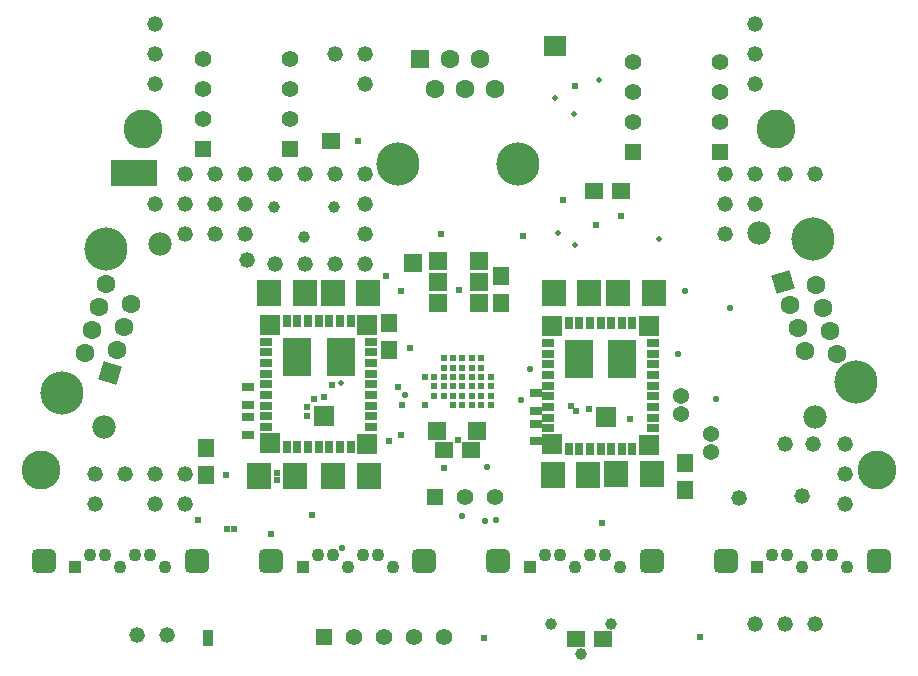
<source format=gbs>
%FSLAX25Y25*%
%MOIN*%
G70*
G01*
G75*
G04 Layer_Color=16711935*
%ADD10C,0.00605*%
%ADD11R,0.03347X0.05118*%
%ADD12R,0.07087X0.06299*%
%ADD13C,0.02000*%
%ADD14R,0.01378X0.05512*%
%ADD15R,0.15000X0.08500*%
%ADD16R,0.02756X0.01575*%
%ADD17R,0.03543X0.02756*%
%ADD18R,0.06496X0.00984*%
%ADD19R,0.06496X0.00984*%
%ADD20R,0.06000X0.06000*%
%ADD21R,0.02756X0.03543*%
%ADD22R,0.05000X0.06000*%
%ADD23R,0.06000X0.05000*%
%ADD24C,0.00800*%
%ADD25C,0.02000*%
%ADD26C,0.00425*%
%ADD27C,0.00500*%
%ADD28C,0.00400*%
%ADD29C,0.00600*%
%ADD30C,0.05000*%
%ADD31R,0.05906X0.05906*%
%ADD32C,0.05906*%
%ADD33C,0.14000*%
%ADD34C,0.07400*%
%ADD35P,0.08352X4X152.0*%
%ADD36P,0.08352X4X298.0*%
%ADD37R,0.02362X0.03740*%
%ADD38C,0.03000*%
%ADD39C,0.04000*%
%ADD40P,0.02165X8X22.5*%
%ADD41R,0.03740X0.02362*%
%ADD42R,0.03937X0.03937*%
%ADD43C,0.03937*%
G04:AMPARAMS|DCode=44|XSize=78.74mil|YSize=78.74mil|CornerRadius=19.69mil|HoleSize=0mil|Usage=FLASHONLY|Rotation=0.000|XOffset=0mil|YOffset=0mil|HoleType=Round|Shape=RoundedRectangle|*
%AMROUNDEDRECTD44*
21,1,0.07874,0.03937,0,0,0.0*
21,1,0.03937,0.07874,0,0,0.0*
1,1,0.03937,0.01969,-0.01969*
1,1,0.03937,-0.01969,-0.01969*
1,1,0.03937,-0.01969,0.01969*
1,1,0.03937,0.01969,0.01969*
%
%ADD44ROUNDEDRECTD44*%
%ADD45C,0.03500*%
%ADD46R,0.05200X0.05200*%
%ADD47C,0.05200*%
%ADD48R,0.05200X0.05200*%
%ADD49R,0.02000X0.02000*%
%ADD50C,0.13000*%
%ADD51C,0.01800*%
%ADD52C,0.04000*%
%ADD53C,0.02800*%
%ADD54C,0.04500*%
%ADD55C,0.05543*%
%ADD56C,0.14800*%
%ADD57C,0.08200*%
%ADD58C,0.05500*%
G04:AMPARAMS|DCode=59|XSize=68mil|YSize=68mil|CornerRadius=0mil|HoleSize=0mil|Usage=FLASHONLY|Rotation=0.000|XOffset=0mil|YOffset=0mil|HoleType=Round|Shape=Relief|Width=10mil|Gap=10mil|Entries=4|*
%AMTHD59*
7,0,0,0.06800,0.04800,0.01000,45*
%
%ADD59THD59*%
G04:AMPARAMS|DCode=60|XSize=40mil|YSize=40mil|CornerRadius=0mil|HoleSize=0mil|Usage=FLASHONLY|Rotation=0.000|XOffset=0mil|YOffset=0mil|HoleType=Round|Shape=Relief|Width=6mil|Gap=8mil|Entries=4|*
%AMTHD60*
7,0,0,0.04000,0.02400,0.00600,45*
%
%ADD60THD60*%
G04:AMPARAMS|DCode=61|XSize=52mil|YSize=52mil|CornerRadius=0mil|HoleSize=0mil|Usage=FLASHONLY|Rotation=0.000|XOffset=0mil|YOffset=0mil|HoleType=Round|Shape=Relief|Width=6mil|Gap=8mil|Entries=4|*
%AMTHD61*
7,0,0,0.05200,0.03600,0.00600,45*
%
%ADD61THD61*%
G04:AMPARAMS|DCode=62|XSize=20mil|YSize=20mil|CornerRadius=0mil|HoleSize=0mil|Usage=FLASHONLY|Rotation=0.000|XOffset=0mil|YOffset=0mil|HoleType=Round|Shape=Relief|Width=4mil|Gap=3mil|Entries=4|*
%AMTHD62*
7,0,0,0.02000,0.01400,0.00400,45*
%
%ADD62THD62*%
%ADD63C,0.04913*%
%ADD64C,0.07315*%
%ADD65C,0.04200*%
%ADD66C,0.05800*%
%ADD67C,0.11600*%
%ADD68C,0.00480*%
%ADD69C,0.00390*%
%ADD70R,0.07874X0.08661*%
%ADD71R,0.06000X0.06000*%
%ADD72C,0.02500*%
%ADD73C,0.01500*%
G04:AMPARAMS|DCode=74|XSize=98mil|YSize=98mil|CornerRadius=0mil|HoleSize=0mil|Usage=FLASHONLY|Rotation=0.000|XOffset=0mil|YOffset=0mil|HoleType=Round|Shape=Relief|Width=10mil|Gap=10mil|Entries=4|*
%AMTHD74*
7,0,0,0.09800,0.07800,0.01000,45*
%
%ADD74THD74*%
%ADD75R,0.07874X0.08661*%
%ADD76R,0.09252X0.12205*%
%ADD77R,0.06299X0.06693*%
%ADD78R,0.06299X0.06693*%
%ADD79C,0.01000*%
%ADD80C,0.00375*%
%ADD81R,0.02000X0.01000*%
%ADD82R,0.07000X0.19000*%
%ADD83R,0.01000X0.14000*%
%ADD84R,0.05000X0.15000*%
%ADD85R,0.02000X0.01500*%
%ADD86R,0.06000X0.03500*%
%ADD87R,0.00500X0.01500*%
%ADD88R,0.01500X0.03000*%
%ADD89R,0.07500X0.26000*%
%ADD90R,0.02362X0.03740*%
%ADD91R,0.02362X0.03740*%
%ADD92R,0.02362X0.03740*%
%ADD93R,0.02362X0.03740*%
%ADD94R,0.03740X0.02362*%
%ADD95R,0.03740X0.02362*%
%ADD96R,0.06000X0.02760*%
%ADD97R,0.02107X0.03100*%
%ADD98R,0.05000X0.14260*%
%ADD99R,0.01000X0.13760*%
%ADD100R,0.02000X0.02000*%
%ADD101C,0.00984*%
%ADD102C,0.00787*%
%ADD103C,0.00394*%
%ADD104C,0.01200*%
%ADD105R,0.03747X0.05518*%
%ADD106R,0.07487X0.06699*%
%ADD107C,0.02400*%
%ADD108R,0.01778X0.05912*%
%ADD109R,0.15400X0.08900*%
%ADD110R,0.03156X0.01975*%
%ADD111R,0.03943X0.03156*%
%ADD112R,0.06896X0.01384*%
%ADD113R,0.06896X0.01384*%
%ADD114R,0.06400X0.06400*%
%ADD115R,0.03156X0.03943*%
%ADD116R,0.05400X0.06400*%
%ADD117R,0.06400X0.05400*%
%ADD118C,0.05400*%
%ADD119R,0.06306X0.06306*%
%ADD120C,0.06306*%
%ADD121C,0.14400*%
%ADD122C,0.07800*%
%ADD123P,0.08917X4X152.0*%
%ADD124P,0.08917X4X298.0*%
%ADD125R,0.02762X0.04140*%
%ADD126C,0.03400*%
%ADD127C,0.04400*%
%ADD128P,0.02598X8X22.5*%
%ADD129R,0.04140X0.02762*%
%ADD130R,0.04337X0.04337*%
%ADD131C,0.04337*%
G04:AMPARAMS|DCode=132|XSize=82.74mil|YSize=82.74mil|CornerRadius=21.69mil|HoleSize=0mil|Usage=FLASHONLY|Rotation=0.000|XOffset=0mil|YOffset=0mil|HoleType=Round|Shape=RoundedRectangle|*
%AMROUNDEDRECTD132*
21,1,0.08274,0.03937,0,0,0.0*
21,1,0.03937,0.08274,0,0,0.0*
1,1,0.04337,0.01969,-0.01969*
1,1,0.04337,-0.01969,-0.01969*
1,1,0.04337,-0.01969,0.01969*
1,1,0.04337,0.01969,0.01969*
%
%ADD132ROUNDEDRECTD132*%
%ADD133C,0.03900*%
%ADD134R,0.05600X0.05600*%
%ADD135C,0.05600*%
%ADD136R,0.05600X0.05600*%
%ADD137R,0.02400X0.02400*%
%ADD138C,0.02200*%
%ADD139R,0.08274X0.09061*%
%ADD140R,0.09652X0.12605*%
%ADD141R,0.06699X0.07093*%
%ADD142R,0.06699X0.07093*%
%ADD143R,0.08274X0.09061*%
%ADD144R,0.06400X0.06400*%
%ADD145R,0.02400X0.02400*%
D13*
X283528Y256000D02*
D03*
X291528Y310800D02*
D03*
X283428Y299500D02*
D03*
X205528Y210000D02*
D03*
X311804Y257776D02*
D03*
X278028Y260000D02*
D03*
X277028Y305000D02*
D03*
D47*
X137728Y125800D02*
D03*
X147728D02*
D03*
X203528Y319500D02*
D03*
X213528D02*
D03*
X153528Y279500D02*
D03*
X163528D02*
D03*
X173528D02*
D03*
X183528D02*
D03*
X193528D02*
D03*
X203528D02*
D03*
X173528Y269500D02*
D03*
X163528D02*
D03*
X153528D02*
D03*
X143528D02*
D03*
X153528Y259500D02*
D03*
X163528D02*
D03*
X173528D02*
D03*
X143528Y309500D02*
D03*
Y319500D02*
D03*
Y329500D02*
D03*
X213528Y279500D02*
D03*
Y269500D02*
D03*
Y259500D02*
D03*
Y249500D02*
D03*
X203528D02*
D03*
X193528D02*
D03*
X183528D02*
D03*
X174328Y250800D02*
D03*
X333528Y279500D02*
D03*
X343528D02*
D03*
X353528D02*
D03*
X363528D02*
D03*
X333528Y269500D02*
D03*
X343528D02*
D03*
X333528Y259500D02*
D03*
X343528Y129500D02*
D03*
X353528D02*
D03*
X363528D02*
D03*
X123528Y179500D02*
D03*
X133528D02*
D03*
X143528D02*
D03*
X153528D02*
D03*
X123528Y169500D02*
D03*
X143528D02*
D03*
X153528D02*
D03*
X363128Y189500D02*
D03*
X359328Y172100D02*
D03*
X373528Y179500D02*
D03*
Y169500D02*
D03*
X338328Y171600D02*
D03*
X353528Y189500D02*
D03*
X373528D02*
D03*
X213528Y309500D02*
D03*
X343528Y329500D02*
D03*
Y319500D02*
D03*
Y309500D02*
D03*
D50*
X139849Y294500D02*
D03*
X350528Y294531D02*
D03*
X384418Y181000D02*
D03*
X105820D02*
D03*
D105*
X161482Y125000D02*
D03*
D106*
X277028Y322312D02*
D03*
D107*
X325228Y125300D02*
D03*
X255626Y202402D02*
D03*
X249327D02*
D03*
X252477D02*
D03*
X239878Y218150D02*
D03*
X243028D02*
D03*
X246178D02*
D03*
X249327D02*
D03*
X252477D02*
D03*
X239878Y215000D02*
D03*
X243028D02*
D03*
X246178D02*
D03*
X249327D02*
D03*
X252477D02*
D03*
X233579Y211850D02*
D03*
X236729D02*
D03*
X239878D02*
D03*
X243028D02*
D03*
X246178D02*
D03*
X249327D02*
D03*
X252477D02*
D03*
X255626D02*
D03*
X236729Y208701D02*
D03*
X239878D02*
D03*
X243028D02*
D03*
X246178D02*
D03*
X249327D02*
D03*
X252477D02*
D03*
X255626D02*
D03*
X236729Y205551D02*
D03*
X239878D02*
D03*
X243028D02*
D03*
X246178D02*
D03*
X249327D02*
D03*
X252477D02*
D03*
X255626D02*
D03*
X233579Y202402D02*
D03*
X243028D02*
D03*
X246178D02*
D03*
X282329Y202299D02*
D03*
X284027Y200602D02*
D03*
X157928Y164100D02*
D03*
X184428Y179900D02*
D03*
Y177500D02*
D03*
X182328Y159400D02*
D03*
X167528Y161300D02*
D03*
X169928D02*
D03*
X196028Y165900D02*
D03*
X292828Y163200D02*
D03*
X288428Y201300D02*
D03*
X167228Y179100D02*
D03*
X194328Y199000D02*
D03*
X196528Y204600D02*
D03*
X194228Y202000D02*
D03*
X200028Y205100D02*
D03*
X202628Y209100D02*
D03*
X283528Y308800D02*
D03*
X301928Y198000D02*
D03*
X266328Y259000D02*
D03*
X253328Y124700D02*
D03*
X224828Y208500D02*
D03*
X299028Y265500D02*
D03*
X244528Y191000D02*
D03*
X225628Y192628D02*
D03*
X226126Y202402D02*
D03*
X225528Y240500D02*
D03*
X238900Y259400D02*
D03*
X279600Y270700D02*
D03*
X220528Y245500D02*
D03*
X245028Y241000D02*
D03*
X228600Y221400D02*
D03*
X290675Y262425D02*
D03*
D109*
X136528Y279800D02*
D03*
D111*
X270528Y190400D02*
D03*
Y196306D02*
D03*
X174528Y192547D02*
D03*
X270528Y200547D02*
D03*
Y206453D02*
D03*
X174528Y198453D02*
D03*
Y202547D02*
D03*
Y208453D02*
D03*
D114*
X229528Y250000D02*
D03*
D116*
X259028Y236500D02*
D03*
Y245500D02*
D03*
X160728Y179300D02*
D03*
Y188300D02*
D03*
X320328Y183200D02*
D03*
Y174200D02*
D03*
X221528Y229800D02*
D03*
Y220800D02*
D03*
D117*
X293028Y124500D02*
D03*
X284028D02*
D03*
X240028Y187500D02*
D03*
X249028D02*
D03*
X290028Y274000D02*
D03*
X299028D02*
D03*
X202428Y290400D02*
D03*
D118*
X329028Y193000D02*
D03*
X318928Y199600D02*
D03*
X329028Y186900D02*
D03*
X318928Y205600D02*
D03*
D119*
X232028Y318000D02*
D03*
D120*
X257028Y308000D02*
D03*
X252028Y318000D02*
D03*
X242028D02*
D03*
X247028Y308000D02*
D03*
X237028D02*
D03*
X355523Y235823D02*
D03*
X357862Y228172D02*
D03*
X366256Y234921D02*
D03*
X368595Y227271D02*
D03*
X360201Y220522D02*
D03*
X363917Y242572D02*
D03*
X370934Y219620D02*
D03*
X127451Y242900D02*
D03*
X120434Y219949D02*
D03*
X135845Y236151D02*
D03*
X125112Y235250D02*
D03*
X122773Y227599D02*
D03*
X133506Y228501D02*
D03*
X131167Y220850D02*
D03*
D121*
X224528Y283000D02*
D03*
X264528D02*
D03*
X362878Y257940D02*
D03*
X377497Y210124D02*
D03*
X127320Y254443D02*
D03*
X112702Y206628D02*
D03*
D122*
X344862Y259751D02*
D03*
X363573Y198548D02*
D03*
X145337Y256254D02*
D03*
X126626Y195051D02*
D03*
D123*
X353185Y243473D02*
D03*
D124*
X128828Y213200D02*
D03*
D125*
X299300Y187980D02*
D03*
X295756D02*
D03*
X302843D02*
D03*
Y229909D02*
D03*
X299300D02*
D03*
X295756D02*
D03*
X292213D02*
D03*
X285126Y187980D02*
D03*
X288670D02*
D03*
X292213D02*
D03*
X198256Y188469D02*
D03*
X194713D02*
D03*
X191170D02*
D03*
X198256Y230398D02*
D03*
X201800D02*
D03*
X205343D02*
D03*
X208886D02*
D03*
X205343Y188469D02*
D03*
X201800D02*
D03*
X208886D02*
D03*
X187626D02*
D03*
X281583Y187980D02*
D03*
X288670Y229909D02*
D03*
X281583D02*
D03*
X285126D02*
D03*
X191170Y230398D02*
D03*
X187626D02*
D03*
X194713D02*
D03*
D129*
X274792Y212488D02*
D03*
X309634Y194772D02*
D03*
Y198315D02*
D03*
Y201858D02*
D03*
Y205402D02*
D03*
Y208945D02*
D03*
Y212488D02*
D03*
Y216032D02*
D03*
Y219575D02*
D03*
Y223118D02*
D03*
X274792Y208945D02*
D03*
Y201858D02*
D03*
Y198315D02*
D03*
Y194772D02*
D03*
Y205402D02*
D03*
X180835Y205890D02*
D03*
Y195260D02*
D03*
Y198803D02*
D03*
Y202347D02*
D03*
Y209433D02*
D03*
X215678Y223606D02*
D03*
Y220063D02*
D03*
Y216520D02*
D03*
Y212976D02*
D03*
Y209433D02*
D03*
Y205890D02*
D03*
Y202347D02*
D03*
Y198803D02*
D03*
Y195260D02*
D03*
X274792Y223118D02*
D03*
Y219575D02*
D03*
Y216032D02*
D03*
X180835Y216520D02*
D03*
Y220063D02*
D03*
Y223606D02*
D03*
Y212976D02*
D03*
D130*
X117040Y148532D02*
D03*
X192865D02*
D03*
X268691D02*
D03*
X344516D02*
D03*
D131*
X147040D02*
D03*
X142040Y152469D02*
D03*
X122040D02*
D03*
X137040D02*
D03*
X132040Y148532D02*
D03*
X127040Y152469D02*
D03*
X222865Y148532D02*
D03*
X217865Y152469D02*
D03*
X197865D02*
D03*
X212865D02*
D03*
X207865Y148532D02*
D03*
X202865Y152469D02*
D03*
X298691Y148532D02*
D03*
X293691Y152469D02*
D03*
X273691D02*
D03*
X288691D02*
D03*
X283691Y148532D02*
D03*
X278691Y152469D02*
D03*
X374516Y148532D02*
D03*
X369516Y152469D02*
D03*
X349516D02*
D03*
X364516D02*
D03*
X359516Y148532D02*
D03*
X354516Y152469D02*
D03*
D132*
X157552Y150500D02*
D03*
X106528D02*
D03*
X233377D02*
D03*
X182353D02*
D03*
X309203D02*
D03*
X258179D02*
D03*
X385028D02*
D03*
X334004D02*
D03*
D133*
X275528Y129500D02*
D03*
X295528D02*
D03*
X285528Y119500D02*
D03*
X193328Y258500D02*
D03*
X203328Y268500D02*
D03*
X183328D02*
D03*
D134*
X237028Y172000D02*
D03*
X199928Y125300D02*
D03*
D135*
X247028Y172000D02*
D03*
X257028D02*
D03*
X159528Y298000D02*
D03*
Y308000D02*
D03*
Y318000D02*
D03*
X188528Y298000D02*
D03*
Y308000D02*
D03*
Y318000D02*
D03*
X303028Y297000D02*
D03*
Y307000D02*
D03*
Y317000D02*
D03*
X332028Y297000D02*
D03*
Y307000D02*
D03*
Y317000D02*
D03*
X239928Y125300D02*
D03*
X229928D02*
D03*
X219928D02*
D03*
X209928D02*
D03*
D136*
X159528Y288000D02*
D03*
X188528D02*
D03*
X303028Y287000D02*
D03*
X332028D02*
D03*
D137*
X240028Y181500D02*
D03*
X211428Y290400D02*
D03*
D138*
X330628Y204400D02*
D03*
X317928Y219600D02*
D03*
X206028Y154700D02*
D03*
X257428Y164100D02*
D03*
X254328Y181800D02*
D03*
X226928Y206000D02*
D03*
X253628Y163700D02*
D03*
X246128Y165600D02*
D03*
X265728Y204200D02*
D03*
X268628Y214600D02*
D03*
X320428Y240400D02*
D03*
X335428Y234700D02*
D03*
D139*
X288134Y179300D02*
D03*
X297522Y179500D02*
D03*
D140*
X299496Y218000D02*
D03*
X205540Y218488D02*
D03*
X285028Y218000D02*
D03*
X191071Y218488D02*
D03*
D141*
X293985Y198512D02*
D03*
X200028Y199000D02*
D03*
D142*
X308355Y228827D02*
D03*
X276071Y189457D02*
D03*
X308355Y189063D02*
D03*
X214398Y189551D02*
D03*
X182115Y189945D02*
D03*
X214398Y229315D02*
D03*
X276071Y228827D02*
D03*
X182115Y229315D02*
D03*
D143*
X178522Y179000D02*
D03*
X309334Y179500D02*
D03*
X203122Y179000D02*
D03*
X276322Y179300D02*
D03*
X190334Y179000D02*
D03*
X214734Y239900D02*
D03*
X202922D02*
D03*
X309934Y240000D02*
D03*
X214934Y179000D02*
D03*
X181722Y239900D02*
D03*
X193534D02*
D03*
X298122Y240000D02*
D03*
X276622D02*
D03*
X288434D02*
D03*
D144*
X238028Y243500D02*
D03*
X251528D02*
D03*
Y236500D02*
D03*
X238028D02*
D03*
X251028Y194000D02*
D03*
X237528D02*
D03*
X238028Y250500D02*
D03*
X251528D02*
D03*
D145*
X221528Y190500D02*
D03*
M02*

</source>
